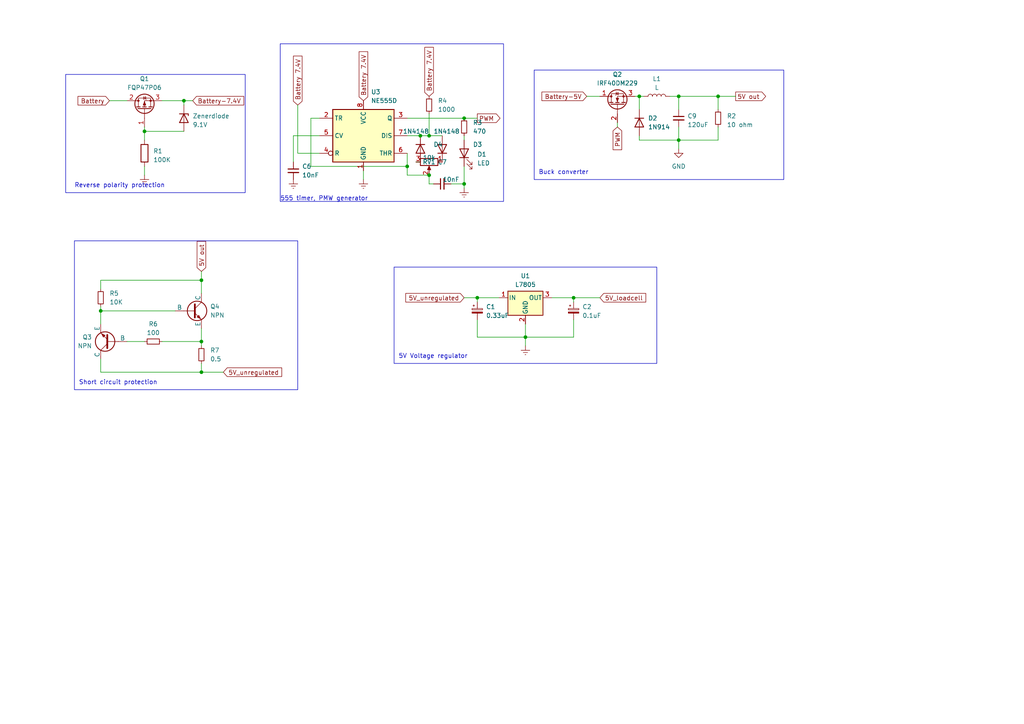
<source format=kicad_sch>
(kicad_sch (version 20230121) (generator eeschema)
  (paper "A4")
  (lib_symbols
    (symbol "Device:C_Polarized_Small" (pin_numbers hide) (pin_names (offset 0.254) hide)
      (property "Reference" "C" (at 0.254 1.778 0))
      (property "Value" "C_Polarized_Small" (at 0.254 -2.032 0))
      (symbol "C_Polarized_Small_0_1"
        (rectangle (start -1.524 -0.3048) (end 1.524 -0.6858) (fill (type outline)))
        (rectangle (start -1.524 0.6858) (end 1.524 0.3048))
        (polyline (pts (xy -1.27 1.524) (xy -0.762 1.524)))
        (polyline (pts (xy -1.016 1.27) (xy -1.016 1.778)))
      )
      (symbol "C_Polarized_Small_1_1"
        (pin passive line (at 0 2.54 270) (length 1.8542) (name "~") (number "1"))
        (pin passive line (at 0 -2.54 90) (length 1.8542) (name "~") (number "2"))
      )
    )
    (symbol "Device:C_Small" (pin_numbers hide) (pin_names (offset 0.254) hide)
      (property "Reference" "C" (at 0.254 1.778 0))
      (property "Value" "C_Small" (at 0.254 -2.032 0))
      (symbol "C_Small_0_1"
        (polyline (pts (xy -1.524 -0.508) (xy 1.524 -0.508)) (stroke (width 0.3302)))
        (polyline (pts (xy -1.524 0.508) (xy 1.524 0.508)) (stroke (width 0.3048)))
      )
      (symbol "C_Small_1_1"
        (pin passive line (at 0 2.54 270) (length 2.032) (name "~") (number "1"))
        (pin passive line (at 0 -2.54 90) (length 2.032) (name "~") (number "2"))
      )
    )
    (symbol "Device:D_Zener" (pin_numbers hide) (pin_names (offset 1.016) hide)
      (property "Reference" "D" (at 0 2.54 0))
      (property "Value" "D_Zener" (at 0 -2.54 0))
      (symbol "D_Zener_0_1"
        (polyline (pts (xy 1.27 0) (xy -1.27 0)))
        (polyline (pts (xy -1.27 -1.27) (xy -1.27 1.27) (xy -0.762 1.27)) (stroke (width 0.254)))
        (polyline (pts (xy 1.27 -1.27) (xy 1.27 1.27) (xy -1.27 0) (xy 1.27 -1.27)) (stroke (width 0.254)))
      )
      (symbol "D_Zener_1_1"
        (pin passive line (at -3.81 0 0) (length 2.54) (name "K") (number "1"))
        (pin passive line (at 3.81 0 180) (length 2.54) (name "A") (number "2"))
      )
    )
    (symbol "Device:L" (pin_numbers hide) (pin_names (offset 1.016) hide)
      (property "Reference" "L" (at -1.27 0 90))
      (property "Value" "L" (at 1.905 0 90))
      (symbol "L_0_1"
        (arc (start 0 -2.54) (mid 0.6323 -1.905) (end 0 -1.27))
        (arc (start 0 -1.27) (mid 0.6323 -0.635) (end 0 0))
        (arc (start 0 0) (mid 0.6323 0.635) (end 0 1.27))
        (arc (start 0 1.27) (mid 0.6323 1.905) (end 0 2.54))
      )
      (symbol "L_1_1"
        (pin passive line (at 0 3.81 270) (length 1.27) (name "1") (number "1"))
        (pin passive line (at 0 -3.81 90) (length 1.27) (name "2") (number "2"))
      )
    )
    (symbol "Device:LED" (pin_numbers hide) (pin_names (offset 1.016) hide)
      (property "Reference" "D" (at 0 2.54 0))
      (property "Value" "LED" (at 0 -2.54 0))
      (symbol "LED_0_1"
        (polyline (pts (xy -1.27 -1.27) (xy -1.27 1.27)) (stroke (width 0.254)))
        (polyline (pts (xy -1.27 0) (xy 1.27 0)))
        (polyline (pts (xy 1.27 -1.27) (xy 1.27 1.27) (xy -1.27 0) (xy 1.27 -1.27)) (stroke (width 0.254)))
        (polyline (pts (xy -3.048 -0.762) (xy -4.572 -2.286) (xy -3.81 -2.286) (xy -4.572 -2.286) (xy -4.572 -1.524)))
        (polyline (pts (xy -1.778 -0.762) (xy -3.302 -2.286) (xy -2.54 -2.286) (xy -3.302 -2.286) (xy -3.302 -1.524)))
      )
      (symbol "LED_1_1"
        (pin passive line (at -3.81 0 0) (length 2.54) (name "K") (number "1"))
        (pin passive line (at 3.81 0 180) (length 2.54) (name "A") (number "2"))
      )
    )
    (symbol "Device:R" (pin_numbers hide) (pin_names (offset 0))
      (property "Reference" "R" (at 2.032 0 90))
      (property "Value" "R" (at 0 0 90))
      (symbol "R_0_1"
        (rectangle (start -1.016 -2.54) (end 1.016 2.54) (stroke (width 0.254)))
      )
      (symbol "R_1_1"
        (pin passive line (at 0 3.81 270) (length 1.27) (name "~") (number "1"))
        (pin passive line (at 0 -3.81 90) (length 1.27) (name "~") (number "2"))
      )
    )
    (symbol "Device:R_Potentiometer" (pin_names (offset 1.016) hide)
      (property "Reference" "RV" (at -4.445 0 90))
      (property "Value" "R_Potentiometer" (at -2.54 0 90))
      (symbol "R_Potentiometer_0_1"
        (polyline (pts (xy 2.54 0) (xy 1.524 0)))
        (polyline (pts (xy 1.143 0) (xy 2.286 0.508) (xy 2.286 -0.508) (xy 1.143 0)) (fill (type outline)))
        (rectangle (start 1.016 2.54) (end -1.016 -2.54) (stroke (width 0.254)))
      )
      (symbol "R_Potentiometer_1_1"
        (pin passive line (at 0 3.81 270) (length 1.27) (name "1") (number "1"))
        (pin passive line (at 3.81 0 180) (length 1.27) (name "2") (number "2"))
        (pin passive line (at 0 -3.81 90) (length 1.27) (name "3") (number "3"))
      )
    )
    (symbol "Device:R_Small" (pin_numbers hide) (pin_names (offset 0.254) hide)
      (property "Reference" "R" (at 0.762 0.508 0))
      (property "Value" "R_Small" (at 0.762 -1.016 0))
      (symbol "R_Small_0_1"
        (rectangle (start -0.762 1.778) (end 0.762 -1.778) (stroke (width 0.2032)))
      )
      (symbol "R_Small_1_1"
        (pin passive line (at 0 2.54 270) (length 0.762) (name "~") (number "1"))
        (pin passive line (at 0 -2.54 90) (length 0.762) (name "~") (number "2"))
      )
    )
    (symbol "Diode:1N4148" (pin_numbers hide) (pin_names hide)
      (property "Reference" "D" (at 0 2.54 0))
      (property "Value" "1N4148" (at 0 -2.54 0))
      (symbol "1N4148_0_1"
        (polyline (pts (xy -1.27 1.27) (xy -1.27 -1.27)) (stroke (width 0.254)))
        (polyline (pts (xy 1.27 0) (xy -1.27 0)))
        (polyline (pts (xy 1.27 1.27) (xy 1.27 -1.27) (xy -1.27 0) (xy 1.27 1.27)) (stroke (width 0.254)))
      )
      (symbol "1N4148_1_1"
        (pin passive line (at -3.81 0 0) (length 2.54) (name "K") (number "1"))
        (pin passive line (at 3.81 0 180) (length 2.54) (name "A") (number "2"))
      )
    )
    (symbol "Diode:1N914" (pin_numbers hide) (pin_names hide)
      (property "Reference" "D" (at 0 2.54 0))
      (property "Value" "1N914" (at 0 -2.54 0))
      (symbol "1N914_0_1"
        (polyline (pts (xy -1.27 1.27) (xy -1.27 -1.27)) (stroke (width 0.254)))
        (polyline (pts (xy 1.27 0) (xy -1.27 0)))
        (polyline (pts (xy 1.27 1.27) (xy 1.27 -1.27) (xy -1.27 0) (xy 1.27 1.27)) (stroke (width 0.254)))
      )
      (symbol "1N914_1_1"
        (pin passive line (at -3.81 0 0) (length 2.54) (name "K") (number "1"))
        (pin passive line (at 3.81 0 180) (length 2.54) (name "A") (number "2"))
      )
    )
    (symbol "Regulator_Linear:L7805" (pin_names (offset 0.254))
      (property "Reference" "U" (at -3.81 3.175 0))
      (property "Value" "L7805" (at 0 3.175 0))
      (symbol "L7805_0_1"
        (rectangle (start -5.08 1.905) (end 5.08 -5.08) (stroke (width 0.254)) (fill (type background)))
      )
      (symbol "L7805_1_1"
        (pin power_in line (at -7.62 0 0) (length 2.54) (name "IN") (number "1"))
        (pin power_in line (at 0 -7.62 90) (length 2.54) (name "GND") (number "2"))
        (pin power_out line (at 7.62 0 180) (length 2.54) (name "OUT") (number "3"))
      )
    )
    (symbol "Simulation_SPICE:NPN" (pin_numbers hide) (pin_names (offset 0))
      (property "Reference" "Q" (at -2.54 7.62 0))
      (property "Value" "NPN" (at -2.54 5.08 0))
      (symbol "NPN_0_1"
        (polyline (pts (xy -2.54 0) (xy 0.635 0)) (stroke (width 0.1524)))
        (polyline (pts (xy 0.635 0.635) (xy 2.54 2.54)))
        (polyline (pts (xy 2.794 -1.27) (xy 2.794 -1.27)) (stroke (width 0.1524)))
        (polyline (pts (xy 2.794 -1.27) (xy 2.794 -1.27)) (stroke (width 0.1524)))
        (polyline (pts (xy 0.635 -0.635) (xy 2.54 -2.54) (xy 2.54 -2.54)))
        (polyline (pts (xy 0.635 1.905) (xy 0.635 -1.905) (xy 0.635 -1.905)) (stroke (width 0.508)))
        (polyline (pts (xy 1.27 -1.778) (xy 1.778 -1.27) (xy 2.286 -2.286) (xy 1.27 -1.778) (xy 1.27 -1.778)) (fill (type outline)))
        (circle (center 1.27 0) (radius 2.8194) (stroke (width 0.254)))
      )
      (symbol "NPN_1_1"
        (pin open_collector line (at 2.54 5.08 270) (length 2.54) (name "C") (number "1"))
        (pin input line (at -5.08 0 0) (length 2.54) (name "B") (number "2"))
        (pin open_emitter line (at 2.54 -5.08 90) (length 2.54) (name "E") (number "3"))
      )
    )
    (symbol "Timer:NE555D"
      (property "Reference" "U" (at -10.16 8.89 0))
      (property "Value" "NE555D" (at 2.54 8.89 0))
      (symbol "NE555D_0_0"
        (pin power_in line (at 0 -10.16 90) (length 2.54) (name "GND") (number "1"))
        (pin power_in line (at 0 10.16 270) (length 2.54) (name "VCC") (number "8"))
      )
      (symbol "NE555D_0_1"
        (rectangle (start -8.89 -7.62) (end 8.89 7.62) (stroke (width 0.254)) (fill (type background)))
        (rectangle (start -8.89 -7.62) (end 8.89 7.62) (stroke (width 0.254)) (fill (type background)))
      )
      (symbol "NE555D_1_1"
        (pin input line (at -12.7 5.08 0) (length 3.81) (name "TR") (number "2"))
        (pin output line (at 12.7 5.08 180) (length 3.81) (name "Q") (number "3"))
        (pin input inverted (at -12.7 -5.08 0) (length 3.81) (name "R") (number "4"))
        (pin input line (at -12.7 0 0) (length 3.81) (name "CV") (number "5"))
        (pin input line (at 12.7 -5.08 180) (length 3.81) (name "THR") (number "6"))
        (pin input line (at 12.7 0 180) (length 3.81) (name "DIS") (number "7"))
      )
    )
    (symbol "Transistor_FET:FQP27P06" (pin_names hide)
      (property "Reference" "Q" (at 5.08 1.905 0))
      (property "Value" "FQP27P06" (at 5.08 0 0))
      (symbol "FQP27P06_0_1"
        (polyline (pts (xy 0.254 0) (xy -2.54 0)))
        (polyline (pts (xy 0.254 1.905) (xy 0.254 -1.905)) (stroke (width 0.254)))
        (polyline (pts (xy 0.762 -1.27) (xy 0.762 -2.286)) (stroke (width 0.254)))
        (polyline (pts (xy 0.762 0.508) (xy 0.762 -0.508)) (stroke (width 0.254)))
        (polyline (pts (xy 0.762 2.286) (xy 0.762 1.27)) (stroke (width 0.254)))
        (polyline (pts (xy 2.54 2.54) (xy 2.54 1.778)))
        (polyline (pts (xy 2.54 -2.54) (xy 2.54 0) (xy 0.762 0)))
        (polyline (pts (xy 0.762 1.778) (xy 3.302 1.778) (xy 3.302 -1.778) (xy 0.762 -1.778)))
        (polyline (pts (xy 2.286 0) (xy 1.27 0.381) (xy 1.27 -0.381) (xy 2.286 0)) (fill (type outline)))
        (polyline (pts (xy 2.794 -0.508) (xy 2.921 -0.381) (xy 3.683 -0.381) (xy 3.81 -0.254)))
        (polyline (pts (xy 3.302 -0.381) (xy 2.921 0.254) (xy 3.683 0.254) (xy 3.302 -0.381)))
        (circle (center 1.651 0) (radius 2.794) (stroke (width 0.254)))
        (circle (center 2.54 -1.778) (radius 0.254) (fill (type outline)))
        (circle (center 2.54 1.778) (radius 0.254) (fill (type outline)))
      )
      (symbol "FQP27P06_1_1"
        (pin input line (at -5.08 0 0) (length 2.54) (name "G") (number "1"))
        (pin passive line (at 2.54 5.08 270) (length 2.54) (name "D") (number "2"))
        (pin passive line (at 2.54 -5.08 90) (length 2.54) (name "S") (number "3"))
      )
    )
    (symbol "Transistor_FET:IRF40DM229" (pin_names hide)
      (property "Reference" "Q" (at 5.08 1.905 0))
      (property "Value" "IRF40DM229" (at 5.08 0 0))
      (symbol "IRF40DM229_0_1"
        (polyline (pts (xy 0.254 0) (xy -2.54 0)))
        (polyline (pts (xy 0.254 1.905) (xy 0.254 -1.905)) (stroke (width 0.254)))
        (polyline (pts (xy 0.762 -1.27) (xy 0.762 -2.286)) (stroke (width 0.254)))
        (polyline (pts (xy 0.762 0.508) (xy 0.762 -0.508)) (stroke (width 0.254)))
        (polyline (pts (xy 0.762 2.286) (xy 0.762 1.27)) (stroke (width 0.254)))
        (polyline (pts (xy 2.54 2.54) (xy 2.54 1.778)))
        (polyline (pts (xy 2.54 -2.54) (xy 2.54 0) (xy 0.762 0)))
        (polyline (pts (xy 0.762 -1.778) (xy 3.302 -1.778) (xy 3.302 1.778) (xy 0.762 1.778)))
        (polyline (pts (xy 1.016 0) (xy 2.032 0.381) (xy 2.032 -0.381) (xy 1.016 0)) (fill (type outline)))
        (polyline (pts (xy 2.794 0.508) (xy 2.921 0.381) (xy 3.683 0.381) (xy 3.81 0.254)))
        (polyline (pts (xy 3.302 0.381) (xy 2.921 -0.254) (xy 3.683 -0.254) (xy 3.302 0.381)))
        (circle (center 1.651 0) (radius 2.794) (stroke (width 0.254)))
        (circle (center 2.54 -1.778) (radius 0.254) (fill (type outline)))
        (circle (center 2.54 1.778) (radius 0.254) (fill (type outline)))
      )
      (symbol "IRF40DM229_1_1"
        (pin passive line (at 2.54 5.08 270) (length 2.54) (name "D") (number "1"))
        (pin input line (at -5.08 0 0) (length 2.54) (name "G") (number "2"))
        (pin passive line (at 2.54 -5.08 90) (length 2.54) (name "S") (number "3"))
      )
    )
    (symbol "power:Earth" (power) (pin_names (offset 0))
      (symbol "Earth_0_1"
        (polyline (pts (xy -0.635 -1.905) (xy 0.635 -1.905)))
        (polyline (pts (xy -0.127 -2.54) (xy 0.127 -2.54)))
        (polyline (pts (xy 0 -1.27) (xy 0 0)))
        (polyline (pts (xy 1.27 -1.27) (xy -1.27 -1.27)))
      )
      (symbol "Earth_1_1"
        (pin power_in line (at 0 0 270) (length 0) hide (name "Earth") (number "1"))
      )
    )
    (symbol "power:GND" (power) (pin_names (offset 0))
      (property "Value" "GND" (at 0 -3.81 0))
      (symbol "GND_0_1"
        (polyline (pts (xy 0 0) (xy 0 -1.27) (xy 1.27 -1.27) (xy 0 -2.54) (xy -1.27 -1.27) (xy 0 -1.27)))
      )
      (symbol "GND_1_1"
        (pin power_in line (at 0 0 270) (length 0) hide (name "GND") (number "1"))
      )
    )
  )
  (junction (at 185.42 27.94))
  (junction (at 41.91 38.1))
  (junction (at 121.92 39.37))
  (junction (at 58.42 107.95))
  (junction (at 29.21 90.17))
  (junction (at 196.85 27.94))
  (junction (at 118.11 48.26))
  (junction (at 166.37 86.36))
  (junction (at 58.42 99.06))
  (junction (at 124.46 50.8))
  (junction (at 138.43 86.36))
  (junction (at 134.62 53.34))
  (junction (at 208.28 27.94))
  (junction (at 134.62 34.29))
  (junction (at 124.46 39.37))
  (junction (at 152.4 97.79))
  (junction (at 196.85 40.64))
  (junction (at 53.34 29.21))
  (junction (at 58.42 81.28))
  (wire (pts (xy 185.42 27.94) (xy 186.69 27.94)))
  (wire (pts (xy 185.42 39.37) (xy 185.42 40.64)))
  (wire (pts (xy 134.62 86.36) (xy 138.43 86.36)))
  (wire (pts (xy 152.4 97.79) (xy 166.37 97.79)))
  (wire (pts (xy 170.18 27.94) (xy 173.99 27.94)))
  (wire (pts (xy 121.92 39.37) (xy 124.46 39.37)))
  (wire (pts (xy 90.17 34.29) (xy 90.17 48.26)))
  (wire (pts (xy 29.21 88.9) (xy 29.21 90.17)))
  (wire (pts (xy 29.21 107.95) (xy 58.42 107.95)))
  (wire (pts (xy 160.02 86.36) (xy 166.37 86.36)))
  (wire (pts (xy 166.37 86.36) (xy 173.99 86.36)))
  (wire (pts (xy 58.42 81.28) (xy 29.21 81.28)))
  (wire (pts (xy 185.42 27.94) (xy 185.42 31.75)))
  (wire (pts (xy 208.28 27.94) (xy 213.36 27.94)))
  (wire (pts (xy 152.4 97.79) (xy 152.4 100.33)))
  (wire (pts (xy 46.99 99.06) (xy 58.42 99.06)))
  (wire (pts (xy 184.15 27.94) (xy 185.42 27.94)))
  (wire (pts (xy 118.11 34.29) (xy 134.62 34.29)))
  (wire (pts (xy 58.42 78.74) (xy 58.42 81.28)))
  (wire (pts (xy 166.37 86.36) (xy 166.37 87.63)))
  (wire (pts (xy 179.07 35.56) (xy 179.07 36.83)))
  (wire (pts (xy 118.11 39.37) (xy 121.92 39.37)))
  (wire (pts (xy 134.62 48.26) (xy 134.62 53.34)))
  (wire (pts (xy 134.62 39.37) (xy 134.62 40.64)))
  (wire (pts (xy 138.43 86.36) (xy 144.78 86.36)))
  (wire (pts (xy 105.41 49.53) (xy 105.41 52.07)))
  (wire (pts (xy 92.71 34.29) (xy 90.17 34.29)))
  (wire (pts (xy 196.85 40.64) (xy 196.85 43.18)))
  (wire (pts (xy 85.09 39.37) (xy 92.71 39.37)))
  (wire (pts (xy 124.46 39.37) (xy 128.27 39.37)))
  (wire (pts (xy 85.09 46.99) (xy 85.09 39.37)))
  (wire (pts (xy 29.21 104.14) (xy 29.21 107.95)))
  (wire (pts (xy 208.28 31.75) (xy 208.28 27.94)))
  (wire (pts (xy 138.43 92.71) (xy 138.43 97.79)))
  (wire (pts (xy 118.11 50.8) (xy 118.11 48.26)))
  (wire (pts (xy 53.34 29.21) (xy 53.34 30.48)))
  (wire (pts (xy 53.34 29.21) (xy 55.88 29.21)))
  (wire (pts (xy 58.42 85.09) (xy 58.42 81.28)))
  (wire (pts (xy 41.91 38.1) (xy 41.91 40.64)))
  (wire (pts (xy 138.43 97.79) (xy 152.4 97.79)))
  (wire (pts (xy 29.21 90.17) (xy 29.21 93.98)))
  (wire (pts (xy 58.42 99.06) (xy 58.42 100.33)))
  (wire (pts (xy 124.46 50.8) (xy 118.11 50.8)))
  (wire (pts (xy 125.73 53.34) (xy 124.46 53.34)))
  (wire (pts (xy 31.75 29.21) (xy 36.83 29.21)))
  (wire (pts (xy 134.62 53.34) (xy 134.62 54.61)))
  (wire (pts (xy 196.85 27.94) (xy 194.31 27.94)))
  (wire (pts (xy 118.11 44.45) (xy 118.11 48.26)))
  (wire (pts (xy 124.46 33.02) (xy 124.46 39.37)))
  (wire (pts (xy 152.4 93.98) (xy 152.4 97.79)))
  (wire (pts (xy 92.71 44.45) (xy 86.36 44.45)))
  (wire (pts (xy 130.81 53.34) (xy 134.62 53.34)))
  (wire (pts (xy 58.42 107.95) (xy 64.77 107.95)))
  (wire (pts (xy 134.62 34.29) (xy 138.43 34.29)))
  (wire (pts (xy 58.42 107.95) (xy 58.42 105.41)))
  (wire (pts (xy 196.85 40.64) (xy 208.28 40.64)))
  (wire (pts (xy 124.46 53.34) (xy 124.46 50.8)))
  (wire (pts (xy 185.42 40.64) (xy 196.85 40.64)))
  (wire (pts (xy 46.99 29.21) (xy 53.34 29.21)))
  (wire (pts (xy 90.17 48.26) (xy 118.11 48.26)))
  (wire (pts (xy 41.91 48.26) (xy 41.91 50.8)))
  (wire (pts (xy 138.43 87.63) (xy 138.43 86.36)))
  (wire (pts (xy 120.65 46.99) (xy 121.92 46.99)))
  (wire (pts (xy 166.37 97.79) (xy 166.37 92.71)))
  (wire (pts (xy 86.36 30.48) (xy 86.36 44.45)))
  (wire (pts (xy 29.21 81.28) (xy 29.21 83.82)))
  (wire (pts (xy 36.83 99.06) (xy 41.91 99.06)))
  (wire (pts (xy 196.85 36.83) (xy 196.85 40.64)))
  (wire (pts (xy 208.28 40.64) (xy 208.28 36.83)))
  (wire (pts (xy 41.91 36.83) (xy 41.91 38.1)))
  (wire (pts (xy 41.91 38.1) (xy 53.34 38.1)))
  (wire (pts (xy 208.28 27.94) (xy 196.85 27.94)))
  (wire (pts (xy 58.42 99.06) (xy 58.42 95.25)))
  (wire (pts (xy 196.85 27.94) (xy 196.85 31.75)))
  (wire (pts (xy 29.21 90.17) (xy 50.8 90.17)))
  (rectangle (start 154.94 20.32) (end 227.33 52.07))
  (rectangle (start 21.59 69.85) (end 86.36 113.03))
  (rectangle (start 19.05 21.59) (end 71.12 55.88))
  (rectangle (start 81.28 12.7) (end 146.05 58.42))
  (rectangle (start 114.3 77.47) (end 190.5 105.41))
  (text "5V Voltage regulator" (at 115.57 104.14 0) (effects (font (size 1.27 1.27)) (justify left bottom)))
  (text "Short circuit protection" (at 22.86 111.76 0) (effects (font (size 1.27 1.27)) (justify left bottom)))
  (text "555 timer, PMW generator" (at 81.28 58.42 0) (effects (font (size 1.27 1.27)) (justify left bottom)))
  (text "Buck converter" (at 156.21 50.8 0) (effects (font (size 1.27 1.27)) (justify left bottom)))
  (text "Reverse polarity protection" (at 21.59 54.61 0) (effects (font (size 1.27 1.27)) (justify left bottom)))
  (global_label "Battery 7.4V" (shape input) (at 86.36 30.48 90) (property "Intersheetrefs" "${INTERSHEET_REFS}" (effects hide)))
  (global_label "Battery" (shape input) (at 31.75 29.21 180) (property "Intersheetrefs" "${INTERSHEET_REFS}" (effects hide)))
  (global_label "5V out" (shape output) (at 213.36 27.94 0) (property "Intersheetrefs" "${INTERSHEET_REFS}" (effects hide)))
  (global_label "Battery-5V" (shape input) (at 170.18 27.94 180) (property "Intersheetrefs" "${INTERSHEET_REFS}" (effects hide)))
  (global_label "PWM" (shape input) (at 179.07 36.83 270) (property "Intersheetrefs" "${INTERSHEET_REFS}" (effects hide)))
  (global_label "5V_loadcell" (shape input) (at 173.99 86.36 0) (property "Intersheetrefs" "${INTERSHEET_REFS}" (effects hide)))
  (global_label "Battery 7.4V" (shape input) (at 105.41 29.21 90) (property "Intersheetrefs" "${INTERSHEET_REFS}" (effects hide)))
  (global_label "Battery-7.4V" (shape input) (at 55.88 29.21 0) (property "Intersheetrefs" "${INTERSHEET_REFS}" (effects hide)))
  (global_label "5V out" (shape input) (at 58.42 78.74 90) (property "Intersheetrefs" "${INTERSHEET_REFS}" (effects hide)))
  (global_label "PWM" (shape output) (at 138.43 34.29 0) (property "Intersheetrefs" "${INTERSHEET_REFS}" (effects hide)))
  (global_label "5V_unregulated" (shape input) (at 64.77 107.95 0) (property "Intersheetrefs" "${INTERSHEET_REFS}" (effects hide)))
  (global_label "Battery 7.4V" (shape input) (at 124.46 27.94 90) (property "Intersheetrefs" "${INTERSHEET_REFS}" (effects hide)))
  (global_label "5V_unregulated" (shape input) (at 134.62 86.36 180) (property "Intersheetrefs" "${INTERSHEET_REFS}" (effects hide)))
  (symbol (lib_id "Simulation_SPICE:NPN") (at 31.75 99.06 180) (unit 1)
    (property "Reference" "Q3" (at 26.67 97.79 0) (effects (justify left)))
    (property "Value" "NPN" (at 26.67 100.33 0) (effects (justify left)))
    (property "Sim.Device" "NPN" (effects hide))
    (property "Sim.Type" "GUMMELPOON" (effects hide))
    (property "Sim.Pins" "1=C 2=B 3=E" (effects hide))
  )
  (symbol (lib_id "power:Earth") (at 105.41 52.07 0) (unit 1)
    (property "Reference" "#PWR04" (effects hide))
    (property "Value" "Earth" (effects hide))
  )
  (symbol (lib_id "Device:LED") (at 134.62 44.45 90) (unit 1)
    (property "Reference" "D1" (at 138.43 44.7675 90) (effects (justify right)))
    (property "Value" "LED" (at 138.43 47.3075 90) (effects (justify right)))
  )
  (symbol (lib_id "Device:R_Small") (at 208.28 34.29 0) (unit 1)
    (property "Reference" "R2" (at 210.82 33.655 0) (effects (justify left)))
    (property "Value" "10 ohm" (at 210.82 36.195 0) (effects (justify left)))
  )
  (symbol (lib_id "Device:R_Small") (at 134.62 36.83 0) (unit 1)
    (property "Reference" "R3" (at 137.16 35.56 0) (effects (justify left)))
    (property "Value" "470" (at 137.16 38.1 0) (effects (justify left)))
  )
  (symbol (lib_id "power:GND") (at 196.85 43.18 0) (unit 1)
    (property "Reference" "#PWR07" (effects hide))
    (property "Value" "GND" (at 196.85 48.26 0))
  )
  (symbol (lib_id "Device:L") (at 190.5 27.94 90) (unit 1)
    (property "Reference" "L1" (at 190.5 22.86 90))
    (property "Value" "L" (at 190.5 25.4 90))
  )
  (symbol (lib_id "Diode:1N4148") (at 121.92 43.18 270) (unit 1)
    (property "Reference" "D4" (at 125.73 41.91 90) (effects (justify left)))
    (property "Value" "1N4148" (at 116.84 38.1 90) (effects (justify left)))
    (property "Footprint" "Diode_THT:D_DO-35_SOD27_P7.62mm_Horizontal" (effects hide))
    (property "Datasheet" "https://assets.nexperia.com/documents/data-sheet/1N4148_1N4448.pdf" (effects hide))
    (property "Sim.Device" "D" (effects hide))
    (property "Sim.Pins" "1=K 2=A" (effects hide))
  )
  (symbol (lib_id "Timer:NE555D") (at 105.41 39.37 0) (unit 1)
    (property "Reference" "U3" (at 107.6041 26.67 0) (effects (justify left)))
    (property "Value" "NE555D" (at 107.6041 29.21 0) (effects (justify left)))
    (property "Footprint" "Package_SO:SOIC-8_3.9x4.9mm_P1.27mm" (effects hide))
    (property "Datasheet" "http://www.ti.com/lit/ds/symlink/ne555.pdf" (effects hide))
  )
  (symbol (lib_id "Device:R_Small") (at 124.46 30.48 0) (unit 1)
    (property "Reference" "R4" (at 127 29.21 0) (effects (justify left)))
    (property "Value" "1000" (at 127 31.75 0) (effects (justify left)))
  )
  (symbol (lib_id "Device:R_Small") (at 58.42 102.87 0) (unit 1)
    (property "Reference" "R7" (at 60.96 101.6 0) (effects (justify left)))
    (property "Value" "0.5" (at 60.96 104.14 0) (effects (justify left)))
  )
  (symbol (lib_id "Diode:1N4148") (at 128.27 43.18 90) (unit 1)
    (property "Reference" "D3" (at 137.16 41.91 90) (effects (justify right)))
    (property "Value" "1N4148" (at 125.73 38.1 90) (effects (justify right)))
    (property "Footprint" "Diode_THT:D_DO-35_SOD27_P7.62mm_Horizontal" (effects hide))
    (property "Datasheet" "https://assets.nexperia.com/documents/data-sheet/1N4148_1N4448.pdf" (effects hide))
    (property "Sim.Device" "D" (effects hide))
    (property "Sim.Pins" "1=K 2=A" (effects hide))
  )
  (symbol (lib_id "Device:C_Small") (at 128.27 53.34 90) (unit 1)
    (property "Reference" "C7" (at 128.2763 46.99 90))
    (property "Value" "10nF" (at 130.81 52.07 90))
  )
  (symbol (lib_id "power:Earth") (at 41.91 50.8 0) (unit 1)
    (property "Reference" "#PWR01" (effects hide))
    (property "Value" "Earth" (effects hide))
  )
  (symbol (lib_id "Device:C_Small") (at 85.09 49.53 0) (unit 1)
    (property "Reference" "C6" (at 87.63 48.2663 0) (effects (justify left)))
    (property "Value" "10nF" (at 87.63 50.8063 0) (effects (justify left)))
  )
  (symbol (lib_id "Regulator_Linear:L7805") (at 152.4 86.36 0) (unit 1)
    (property "Reference" "U1" (at 152.4 80.01 0))
    (property "Value" "L7805" (at 152.4 82.55 0))
    (property "Datasheet" "http://www.st.com/content/ccc/resource/technical/document/datasheet/41/4f/b3/b0/12/d4/47/88/CD00000444.pdf/files/CD00000444.pdf/jcr:content/translations/en.CD00000444.pdf" (effects hide))
  )
  (symbol (lib_id "Transistor_FET:IRF40DM229") (at 179.07 30.48 90) (unit 1)
    (property "Reference" "Q2" (at 179.07 21.59 90))
    (property "Value" "IRF40DM229" (at 179.07 24.13 90))
    (property "Footprint" "Package_DirectFET:DirectFET_MF" (effects hide))
    (property "Datasheet" "https://www.infineon.com/dgdl/Infineon-IRF40DM229-DS-v02_00-EN.pdf?fileId=5546d462557e6e890155a15c899160ea" (effects hide))
  )
  (symbol (lib_id "Device:C_Small") (at 196.85 34.29 0) (unit 1)
    (property "Reference" "C9" (at 199.39 33.6613 0) (effects (justify left)))
    (property "Value" "120uF" (at 199.39 36.2013 0) (effects (justify left)))
  )
  (symbol (lib_id "Device:C_Polarized_Small") (at 166.37 90.17 0) (unit 1)
    (property "Reference" "C2" (at 168.91 88.9889 0) (effects (justify left)))
    (property "Value" "0.1uF" (at 168.91 91.5289 0) (effects (justify left)))
  )
  (symbol (lib_id "Diode:1N914") (at 185.42 35.56 90) (mirror x) (unit 1)
    (property "Reference" "D2" (at 187.96 34.29 90) (effects (justify right)))
    (property "Value" "1N914" (at 187.96 36.83 90) (effects (justify right)))
    (property "Footprint" "Diode_THT:D_DO-35_SOD27_P7.62mm_Horizontal" (effects hide))
    (property "Datasheet" "http://www.vishay.com/docs/85622/1n914.pdf" (effects hide))
    (property "Sim.Device" "D" (effects hide))
    (property "Sim.Pins" "1=K 2=A" (effects hide))
  )
  (symbol (lib_id "Device:R_Small") (at 29.21 86.36 0) (unit 1)
    (property "Reference" "R5" (at 31.75 85.09 0) (effects (justify left)))
    (property "Value" "10K" (at 31.75 87.63 0) (effects (justify left)))
  )
  (symbol (lib_id "power:Earth") (at 134.62 54.61 0) (unit 1)
    (property "Reference" "#PWR05" (effects hide))
    (property "Value" "Earth" (effects hide))
  )
  (symbol (lib_id "power:Earth") (at 152.4 100.33 0) (unit 1)
    (property "Reference" "#PWR02" (effects hide))
    (property "Value" "Earth" (effects hide))
  )
  (symbol (lib_id "Device:R_Potentiometer") (at 124.46 46.99 270) (unit 1)
    (property "Reference" "RV1" (at 124.46 46.99 90))
    (property "Value" "10k" (at 124.46 45.72 90))
  )
  (symbol (lib_id "Device:D_Zener") (at 53.34 34.29 270) (unit 1)
    (property "Reference" "Zenerdiode" (at 55.88 33.655 90) (effects (justify left)))
    (property "Value" "9.1V" (at 55.88 36.195 90) (effects (justify left)))
  )
  (symbol (lib_id "Device:C_Polarized_Small") (at 138.43 90.17 0) (unit 1)
    (property "Reference" "C1" (at 140.97 88.9889 0) (effects (justify left)))
    (property "Value" "0.33uF" (at 140.97 91.5289 0) (effects (justify left)))
  )
  (symbol (lib_id "power:Earth") (at 85.09 52.07 0) (unit 1)
    (property "Reference" "#PWR06" (effects hide))
    (property "Value" "Earth" (effects hide))
  )
  (symbol (lib_id "Device:R_Small") (at 44.45 99.06 90) (unit 1)
    (property "Reference" "R6" (at 44.45 93.98 90))
    (property "Value" "100" (at 44.45 96.52 90))
  )
  (symbol (lib_id "Transistor_FET:FQP27P06") (at 41.91 31.75 90) (unit 1)
    (property "Reference" "Q1" (at 41.91 22.86 90))
    (property "Value" "FQP47P06" (at 41.91 25.4 90))
    (property "Footprint" "Package_TO_SOT_THT:TO-220-3_Vertical" (effects hide))
    (property "Datasheet" "https://www.onsemi.com/pub/Collateral/FQP27P06-D.PDF" (effects hide))
  )
  (symbol (lib_id "Device:R") (at 41.91 44.45 0) (unit 1)
    (property "Reference" "R1" (at 44.45 43.815 0) (effects (justify left)))
    (property "Value" "100K" (at 44.45 46.355 0) (effects (justify left)))
  )
  (symbol (lib_id "Simulation_SPICE:NPN") (at 55.88 90.17 0) (unit 1)
    (property "Reference" "Q4" (at 60.96 88.9 0) (effects (justify left)))
    (property "Value" "NPN" (at 60.96 91.44 0) (effects (justify left)))
    (property "Sim.Device" "NPN" (effects hide))
    (property "Sim.Type" "GUMMELPOON" (effects hide))
    (property "Sim.Pins" "1=C 2=B 3=E" (effects hide))
  )
)
</source>
